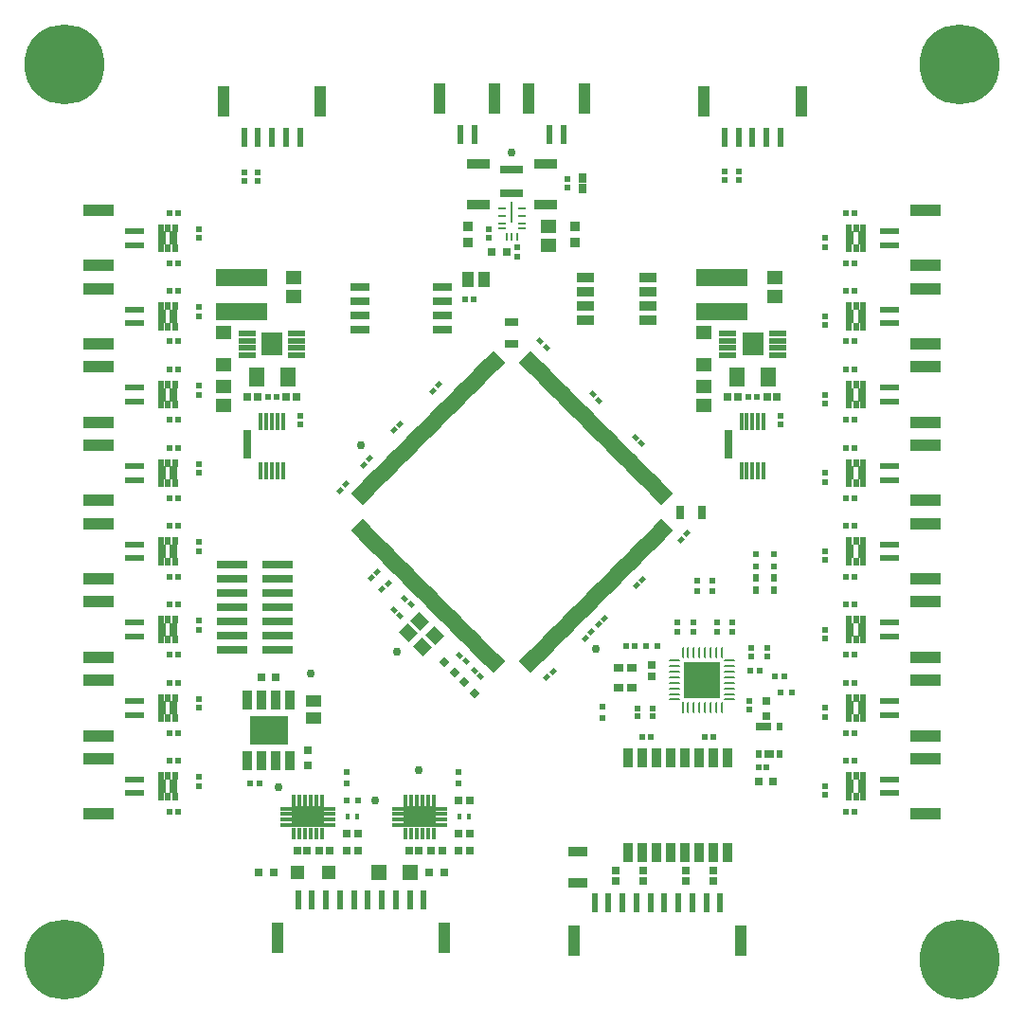
<source format=gbr>
%TF.GenerationSoftware,Altium Limited,Altium Designer,24.0.1 (36)*%
G04 Layer_Color=8388736*
%FSLAX45Y45*%
%MOMM*%
%TF.SameCoordinates,E594D193-3514-40B7-BCFE-BF8AFB9400D8*%
%TF.FilePolarity,Negative*%
%TF.FileFunction,Soldermask,Top*%
%TF.Part,Single*%
G01*
G75*
%TA.AperFunction,SMDPad,CuDef*%
%ADD12R,0.60000X1.70000*%
%ADD13R,1.00000X2.80000*%
%ADD14R,0.51535X0.47247*%
%ADD16R,2.79000X0.74000*%
%ADD18R,1.05464X1.35620*%
%ADD20R,0.60000X0.60000*%
G04:AMPARAMS|DCode=24|XSize=0.55964mm|YSize=0.47247mm|CornerRadius=0mm|HoleSize=0mm|Usage=FLASHONLY|Rotation=45.000|XOffset=0mm|YOffset=0mm|HoleType=Round|Shape=Rectangle|*
%AMROTATEDRECTD24*
4,1,4,-0.03082,-0.36491,-0.36491,-0.03082,0.03082,0.36491,0.36491,0.03082,-0.03082,-0.36491,0.0*
%
%ADD24ROTATEDRECTD24*%

%ADD25R,0.57247X0.61535*%
%ADD26R,0.50000X0.70000*%
%ADD28R,0.23928X1.00784*%
G04:AMPARAMS|DCode=29|XSize=1.00784mm|YSize=0.23928mm|CornerRadius=0.11964mm|HoleSize=0mm|Usage=FLASHONLY|Rotation=90.000|XOffset=0mm|YOffset=0mm|HoleType=Round|Shape=RoundedRectangle|*
%AMROUNDEDRECTD29*
21,1,1.00784,0.00000,0,0,90.0*
21,1,0.76855,0.23928,0,0,90.0*
1,1,0.23928,0.00000,0.38428*
1,1,0.23928,0.00000,-0.38428*
1,1,0.23928,0.00000,-0.38428*
1,1,0.23928,0.00000,0.38428*
%
%ADD29ROUNDEDRECTD29*%
G04:AMPARAMS|DCode=30|XSize=0.23928mm|YSize=1.00784mm|CornerRadius=0.11964mm|HoleSize=0mm|Usage=FLASHONLY|Rotation=90.000|XOffset=0mm|YOffset=0mm|HoleType=Round|Shape=RoundedRectangle|*
%AMROUNDEDRECTD30*
21,1,0.23928,0.76855,0,0,90.0*
21,1,0.00000,1.00784,0,0,90.0*
1,1,0.23928,0.38428,0.00000*
1,1,0.23928,0.38428,0.00000*
1,1,0.23928,-0.38428,0.00000*
1,1,0.23928,-0.38428,0.00000*
%
%ADD30ROUNDEDRECTD30*%
%ADD31R,3.20000X3.20000*%
%ADD32R,0.47247X0.55964*%
%ADD33R,1.00000X2.70000*%
G04:AMPARAMS|DCode=36|XSize=0.6mm|YSize=0.25mm|CornerRadius=0.05mm|HoleSize=0mm|Usage=FLASHONLY|Rotation=0.000|XOffset=0mm|YOffset=0mm|HoleType=Round|Shape=RoundedRectangle|*
%AMROUNDEDRECTD36*
21,1,0.60000,0.15000,0,0,0.0*
21,1,0.50000,0.25000,0,0,0.0*
1,1,0.10000,0.25000,-0.07500*
1,1,0.10000,-0.25000,-0.07500*
1,1,0.10000,-0.25000,0.07500*
1,1,0.10000,0.25000,0.07500*
%
%ADD36ROUNDEDRECTD36*%
G04:AMPARAMS|DCode=37|XSize=0.25mm|YSize=0.6mm|CornerRadius=0.05mm|HoleSize=0mm|Usage=FLASHONLY|Rotation=0.000|XOffset=0mm|YOffset=0mm|HoleType=Round|Shape=RoundedRectangle|*
%AMROUNDEDRECTD37*
21,1,0.25000,0.50000,0,0,0.0*
21,1,0.15000,0.60000,0,0,0.0*
1,1,0.10000,0.07500,-0.25000*
1,1,0.10000,-0.07500,-0.25000*
1,1,0.10000,-0.07500,0.25000*
1,1,0.10000,0.07500,0.25000*
%
%ADD37ROUNDEDRECTD37*%
G04:AMPARAMS|DCode=38|XSize=0.25mm|YSize=1.825mm|CornerRadius=0.05mm|HoleSize=0mm|Usage=FLASHONLY|Rotation=0.000|XOffset=0mm|YOffset=0mm|HoleType=Round|Shape=RoundedRectangle|*
%AMROUNDEDRECTD38*
21,1,0.25000,1.72500,0,0,0.0*
21,1,0.15000,1.82500,0,0,0.0*
1,1,0.10000,0.07500,-0.86250*
1,1,0.10000,-0.07500,-0.86250*
1,1,0.10000,-0.07500,0.86250*
1,1,0.10000,0.07500,0.86250*
%
%ADD38ROUNDEDRECTD38*%
%ADD39R,0.91213X0.95872*%
%ADD40R,2.00620X0.95620*%
%ADD41R,0.47247X0.51535*%
%ADD42R,0.65000X0.70000*%
%ADD43R,1.45620X1.25464*%
%ADD44R,2.00000X0.70000*%
%ADD46R,0.47247X0.58106*%
G04:AMPARAMS|DCode=47|XSize=0.51535mm|YSize=0.47247mm|CornerRadius=0mm|HoleSize=0mm|Usage=FLASHONLY|Rotation=45.000|XOffset=0mm|YOffset=0mm|HoleType=Round|Shape=Rectangle|*
%AMROTATEDRECTD47*
4,1,4,-0.01516,-0.34925,-0.34925,-0.01516,0.01516,0.34925,0.34925,0.01516,-0.01516,-0.34925,0.0*
%
%ADD47ROTATEDRECTD47*%

G04:AMPARAMS|DCode=50|XSize=0.65mm|YSize=0.7mm|CornerRadius=0mm|HoleSize=0mm|Usage=FLASHONLY|Rotation=135.000|XOffset=0mm|YOffset=0mm|HoleType=Round|Shape=Rectangle|*
%AMROTATEDRECTD50*
4,1,4,0.47730,0.01768,-0.01768,-0.47730,-0.47730,-0.01768,0.01768,0.47730,0.47730,0.01768,0.0*
%
%ADD50ROTATEDRECTD50*%

%ADD51R,1.30000X0.70000*%
G04:AMPARAMS|DCode=52|XSize=0.51535mm|YSize=0.47247mm|CornerRadius=0mm|HoleSize=0mm|Usage=FLASHONLY|Rotation=315.000|XOffset=0mm|YOffset=0mm|HoleType=Round|Shape=Rectangle|*
%AMROTATEDRECTD52*
4,1,4,-0.34925,0.01516,-0.01516,0.34925,0.34925,-0.01516,0.01516,-0.34925,-0.34925,0.01516,0.0*
%
%ADD52ROTATEDRECTD52*%

%ADD56R,0.66817X0.67248*%
%ADD57R,0.40000X0.50000*%
%ADD58R,1.20000X1.20000*%
%ADD59R,1.70000X0.60000*%
%ADD60R,2.70000X1.00000*%
%ADD61R,1.40000X1.30000*%
%ADD68R,0.70000X1.30000*%
%ADD69R,1.70000X0.95000*%
%ADD70R,0.47247X0.46818*%
%ADD71R,0.55964X0.47247*%
%ADD72R,0.61535X0.57247*%
%ADD74R,0.60000X0.60000*%
%ADD76R,0.70000X0.65000*%
%ADD80R,0.67248X0.66817*%
%ADD81R,1.35620X1.05464*%
%ADD83R,0.46818X0.47247*%
%TA.AperFunction,NonConductor*%
%ADD105R,0.65004X1.54981*%
%ADD106R,0.65009X1.54986*%
%ADD107R,0.65009X1.54981*%
%TA.AperFunction,SMDPad,CuDef*%
%ADD108R,0.75000X1.15000*%
%ADD109R,0.50000X0.65000*%
%ADD110C,0.75000*%
%ADD111R,1.70000X0.80000*%
%ADD112R,0.95000X0.75000*%
%ADD113R,2.85000X1.85000*%
%ADD114R,0.40000X1.00000*%
%ADD115R,1.00000X0.40000*%
%ADD116R,0.91200X1.80100*%
%ADD117R,0.60000X0.60000*%
%ADD118R,1.65000X0.85000*%
%ADD119R,0.79000X0.83000*%
G04:AMPARAMS|DCode=120|XSize=0.5mm|YSize=1.5mm|CornerRadius=0mm|HoleSize=0mm|Usage=FLASHONLY|Rotation=45.000|XOffset=0mm|YOffset=0mm|HoleType=Round|Shape=Rectangle|*
%AMROTATEDRECTD120*
4,1,4,0.35355,-0.70711,-0.70711,0.35355,-0.35355,0.70711,0.70711,-0.35355,0.35355,-0.70711,0.0*
%
%ADD120ROTATEDRECTD120*%

G04:AMPARAMS|DCode=121|XSize=0.5mm|YSize=1.5mm|CornerRadius=0mm|HoleSize=0mm|Usage=FLASHONLY|Rotation=135.000|XOffset=0mm|YOffset=0mm|HoleType=Round|Shape=Rectangle|*
%AMROTATEDRECTD121*
4,1,4,0.70711,0.35355,-0.35355,-0.70711,-0.70711,-0.35355,0.35355,0.70711,0.70711,0.35355,0.0*
%
%ADD121ROTATEDRECTD121*%

%ADD122R,0.70000X0.70000*%
%ADD123R,0.80000X0.80000*%
%ADD124R,0.70000X0.70000*%
%ADD125R,1.35000X1.35000*%
%ADD126R,0.45000X1.55000*%
%ADD127R,1.57500X0.60000*%
%ADD128R,1.85000X2.15000*%
%ADD129R,4.55000X1.65000*%
%ADD130R,1.35000X1.80000*%
G04:AMPARAMS|DCode=131|XSize=1.2mm|YSize=1.1mm|CornerRadius=0mm|HoleSize=0mm|Usage=FLASHONLY|Rotation=315.000|XOffset=0mm|YOffset=0mm|HoleType=Round|Shape=Rectangle|*
%AMROTATEDRECTD131*
4,1,4,-0.81318,0.03535,-0.03535,0.81318,0.81318,-0.03535,0.03535,-0.81318,-0.81318,0.03535,0.0*
%
%ADD131ROTATEDRECTD131*%

%ADD132R,0.85000X1.67500*%
%ADD133R,3.35000X2.55000*%
%ADD134R,0.90000X0.65000*%
%ADD135R,1.45000X0.65000*%
%ADD136R,0.55000X0.65000*%
%TA.AperFunction,ComponentPad*%
%ADD137C,7.15000*%
%ADD138C,1.67400*%
D12*
X5862499Y1007501D02*
D03*
X5237502D02*
D03*
X5362500D02*
D03*
X5487499D02*
D03*
X5612502D02*
D03*
X5737501D02*
D03*
X5987498D02*
D03*
X6112501D02*
D03*
X6237500D02*
D03*
X6362498D02*
D03*
X2605000Y7847500D02*
D03*
X2480000Y7847500D02*
D03*
X2355000D02*
D03*
X2230000D02*
D03*
X2105000Y7847500D02*
D03*
X4037500Y7872500D02*
D03*
X4162500D02*
D03*
X4837500D02*
D03*
X4962500D02*
D03*
X6400000Y7852500D02*
D03*
X6525000Y7852500D02*
D03*
X6650000D02*
D03*
X6775000Y7852500D02*
D03*
X6900000Y7852500D02*
D03*
X3212500Y1032500D02*
D03*
X3337499D02*
D03*
X3087502D02*
D03*
X2837500D02*
D03*
X2962498D02*
D03*
X2587503D02*
D03*
X2712501D02*
D03*
X3462502D02*
D03*
X3587501D02*
D03*
X3712499D02*
D03*
D13*
X6547502Y672501D02*
D03*
X5052498D02*
D03*
X3897502Y697499D02*
D03*
X2402499D02*
D03*
D14*
X5522144Y3300000D02*
D03*
X5597856D02*
D03*
X4082144Y6400000D02*
D03*
X4157856Y6400000D02*
D03*
X6687857Y5532503D02*
D03*
X6612145D02*
D03*
X2392857D02*
D03*
X2317145D02*
D03*
X6777856Y2220000D02*
D03*
X6223415Y2489839D02*
D03*
X5737856Y2490000D02*
D03*
X5662144D02*
D03*
X6702144Y2220000D02*
D03*
X6299127Y2489839D02*
D03*
D16*
X2403500Y3523000D02*
D03*
Y3650000D02*
D03*
Y3904000D02*
D03*
Y3269000D02*
D03*
Y3396000D02*
D03*
Y3777000D02*
D03*
Y4031000D02*
D03*
X1996500Y3269000D02*
D03*
Y3396000D02*
D03*
Y3523000D02*
D03*
Y3650000D02*
D03*
Y3777000D02*
D03*
Y3904000D02*
D03*
Y4031000D02*
D03*
D18*
X4107420Y6580185D02*
D03*
X4252576Y6580185D02*
D03*
D20*
X5310000Y2657498D02*
D03*
Y2762502D02*
D03*
X4025000Y2177500D02*
D03*
Y2072500D02*
D03*
X6840000Y4122502D02*
D03*
Y4017498D02*
D03*
X6680000Y4122502D02*
D03*
Y4017498D02*
D03*
X3025000Y2177500D02*
D03*
Y2072500D02*
D03*
D24*
X3340466Y3812182D02*
D03*
X3393676Y3865391D02*
D03*
X3294681Y3964386D02*
D03*
X3241471Y3911177D02*
D03*
X3226605Y4976605D02*
D03*
X3173395Y4923395D02*
D03*
X5206605Y3426605D02*
D03*
X5153395Y3373395D02*
D03*
D25*
X6160000Y3797144D02*
D03*
Y3882856D02*
D03*
X6330000Y3427144D02*
D03*
Y3512856D02*
D03*
X5980000Y3427144D02*
D03*
Y3512856D02*
D03*
X6120000Y3427144D02*
D03*
Y3512856D02*
D03*
X6470000D02*
D03*
Y3427144D02*
D03*
X6290000Y3882856D02*
D03*
Y3797144D02*
D03*
D26*
X6840000Y3915001D02*
D03*
Y3804999D02*
D03*
X6680000Y3915001D02*
D03*
Y3804999D02*
D03*
D28*
X6024999Y2752482D02*
D03*
D29*
X6075002D02*
D03*
X6124999D02*
D03*
X6175001D02*
D03*
X6224999D02*
D03*
X6275001D02*
D03*
X6324999D02*
D03*
X6375001D02*
D03*
Y3247518D02*
D03*
X6324999D02*
D03*
X6275001D02*
D03*
X6175001D02*
D03*
X6124999D02*
D03*
X6075002D02*
D03*
X6024999D02*
D03*
X6224999D02*
D03*
D30*
X6447518Y2824999D02*
D03*
Y2875002D02*
D03*
Y2924999D02*
D03*
Y2975001D02*
D03*
Y3024999D02*
D03*
Y3075001D02*
D03*
Y3124999D02*
D03*
Y3175001D02*
D03*
X5952482Y3075001D02*
D03*
Y3024999D02*
D03*
Y2975001D02*
D03*
Y2924999D02*
D03*
Y2875002D02*
D03*
Y2824999D02*
D03*
Y3175001D02*
D03*
Y3124999D02*
D03*
D31*
X6200000Y3000000D02*
D03*
D32*
X2105000Y7462375D02*
D03*
Y7537624D02*
D03*
X2230000Y7462375D02*
D03*
Y7537624D02*
D03*
X6525000Y7467375D02*
D03*
Y7542625D02*
D03*
X6400000Y7467375D02*
D03*
Y7542625D02*
D03*
D33*
X2790000Y8167500D02*
D03*
X1920000D02*
D03*
X3852500Y8192500D02*
D03*
X4347500D02*
D03*
X4652500D02*
D03*
X5147500D02*
D03*
X6215000Y8172500D02*
D03*
X7085000D02*
D03*
D36*
X4409999Y7212501D02*
D03*
Y7147503D02*
D03*
Y7082499D02*
D03*
Y7032502D02*
D03*
X4589999D02*
D03*
X4589998Y7082499D02*
D03*
X4589999Y7147503D02*
D03*
X4589998Y7212501D02*
D03*
D37*
X4449999Y6960000D02*
D03*
X4500001D02*
D03*
X4549999D02*
D03*
D38*
X4500001Y7178800D02*
D03*
D39*
X4110000Y6907330D02*
D03*
Y7052671D02*
D03*
X5060000Y6907330D02*
D03*
Y7052671D02*
D03*
D40*
X4200000Y7250000D02*
D03*
Y7615000D02*
D03*
X4800000Y7250000D02*
D03*
Y7615000D02*
D03*
D41*
X4290000Y7027854D02*
D03*
Y6952147D02*
D03*
X6902676Y5362854D02*
D03*
Y5287146D02*
D03*
X2607672D02*
D03*
Y5362854D02*
D03*
X6620000Y2732144D02*
D03*
Y2807856D02*
D03*
X5620000Y2747856D02*
D03*
X6780000Y3287856D02*
D03*
X6640000D02*
D03*
X5760000Y2747856D02*
D03*
X5620000Y2672144D02*
D03*
X6780000Y3212144D02*
D03*
X6640000D02*
D03*
X5760000Y2672144D02*
D03*
D42*
X4314994Y6825000D02*
D03*
X4450000D02*
D03*
X2367498Y1275000D02*
D03*
X2232502D02*
D03*
X2257502Y3025000D02*
D03*
X3892498Y1275000D02*
D03*
X2392498Y3025000D02*
D03*
X6837498Y2090000D02*
D03*
X6702502D02*
D03*
X3757502Y1275000D02*
D03*
D43*
X4830000Y6887422D02*
D03*
Y7052578D02*
D03*
X6847672Y6427422D02*
D03*
Y6592578D02*
D03*
X6217673Y5622578D02*
D03*
Y5457422D02*
D03*
X1922673Y5622578D02*
D03*
Y5457422D02*
D03*
X2552672Y6427422D02*
D03*
Y6592578D02*
D03*
D44*
X4500000Y7350000D02*
D03*
X4500000Y7560000D02*
D03*
D46*
X5000000Y7476554D02*
D03*
Y7403446D02*
D03*
D47*
X3443233Y5233232D02*
D03*
X3496766Y5286770D02*
D03*
X6066770Y4306770D02*
D03*
X5273229Y3498231D02*
D03*
X4813231Y3023231D02*
D03*
X5613231Y3843229D02*
D03*
X3846771Y5636766D02*
D03*
X2963230Y4693230D02*
D03*
X6013232Y4253232D02*
D03*
X5326767Y3551769D02*
D03*
X4866769Y3076769D02*
D03*
X5666769Y3896767D02*
D03*
X3793233Y5583233D02*
D03*
X3016768Y4746768D02*
D03*
D50*
X3987728Y3062270D02*
D03*
X3892270Y3157729D02*
D03*
X4072269Y2977731D02*
D03*
X4167732Y2882268D02*
D03*
D51*
X4500001Y6004999D02*
D03*
Y6195000D02*
D03*
D52*
X4163232Y3086768D02*
D03*
X4216770Y3033230D02*
D03*
X3443231Y3626768D02*
D03*
X3496768Y3573232D02*
D03*
X4033230Y3216766D02*
D03*
X5656766Y5113232D02*
D03*
X4806768Y5973233D02*
D03*
X5276768Y5498231D02*
D03*
X3543232Y3726767D02*
D03*
X4086768Y3163233D02*
D03*
X5603233Y5166770D02*
D03*
X4753230Y6026771D02*
D03*
X5223230Y5551769D02*
D03*
X3596770Y3673234D02*
D03*
D56*
X3875216Y1475000D02*
D03*
X3774784D02*
D03*
X3024784Y1625000D02*
D03*
X3125216D02*
D03*
D57*
X4035000Y1775000D02*
D03*
X4115000D02*
D03*
X3035000D02*
D03*
X3115000D02*
D03*
D58*
X2865000Y1275000D02*
D03*
X2585000D02*
D03*
D59*
X7872500Y7012499D02*
D03*
Y6887499D02*
D03*
X1127500Y6312499D02*
D03*
Y6187499D02*
D03*
X1127500Y7012500D02*
D03*
Y6887500D02*
D03*
X7872500Y3387500D02*
D03*
Y3512500D02*
D03*
X1127500Y1987500D02*
D03*
Y2112500D02*
D03*
Y2687500D02*
D03*
Y2812500D02*
D03*
Y3387500D02*
D03*
Y3512500D02*
D03*
Y4087500D02*
D03*
Y4212500D02*
D03*
Y4787499D02*
D03*
Y4912499D02*
D03*
Y5487499D02*
D03*
Y5612499D02*
D03*
X7872500Y6312499D02*
D03*
Y6187499D02*
D03*
Y5612499D02*
D03*
Y5487499D02*
D03*
Y4912499D02*
D03*
Y4787499D02*
D03*
Y4212500D02*
D03*
Y4087500D02*
D03*
Y2812500D02*
D03*
Y2687500D02*
D03*
Y2112500D02*
D03*
Y1987500D02*
D03*
D60*
X8192500Y7197499D02*
D03*
Y6702499D02*
D03*
X807500Y6497499D02*
D03*
Y6002499D02*
D03*
X807500Y7197500D02*
D03*
Y6702500D02*
D03*
X8192500Y3202500D02*
D03*
Y3697500D02*
D03*
X807500Y1802500D02*
D03*
Y2297500D02*
D03*
Y2502500D02*
D03*
Y2997500D02*
D03*
Y3202500D02*
D03*
Y3697500D02*
D03*
Y3902500D02*
D03*
Y4397499D02*
D03*
Y4602500D02*
D03*
Y5097499D02*
D03*
Y5302499D02*
D03*
Y5797499D02*
D03*
X8192500Y6497499D02*
D03*
Y6002499D02*
D03*
Y5797499D02*
D03*
Y5302499D02*
D03*
Y5097499D02*
D03*
Y4602500D02*
D03*
Y4397499D02*
D03*
Y3902500D02*
D03*
Y2997500D02*
D03*
Y2502500D02*
D03*
Y2297500D02*
D03*
Y1802500D02*
D03*
D61*
X6217673Y6104998D02*
D03*
Y5815002D02*
D03*
X1922673D02*
D03*
Y6104998D02*
D03*
D68*
X6195000Y4499999D02*
D03*
X6004999D02*
D03*
D69*
X5090000Y1185000D02*
D03*
Y1465000D02*
D03*
D70*
X1700000Y7030215D02*
D03*
Y6949785D02*
D03*
X7300000Y6950214D02*
D03*
Y6869784D02*
D03*
X1700000Y6249784D02*
D03*
Y6330214D02*
D03*
X7300000Y3369785D02*
D03*
Y3450215D02*
D03*
X1700000Y5630214D02*
D03*
Y5549784D02*
D03*
X7300000Y4150214D02*
D03*
Y4069785D02*
D03*
X1700000Y2130215D02*
D03*
Y2049785D02*
D03*
Y2830215D02*
D03*
Y2749785D02*
D03*
Y3530214D02*
D03*
Y3449785D02*
D03*
Y4230214D02*
D03*
Y4149785D02*
D03*
Y4930214D02*
D03*
Y4849785D02*
D03*
X7300000Y6169784D02*
D03*
Y6250214D02*
D03*
Y5469785D02*
D03*
Y5550214D02*
D03*
Y4769785D02*
D03*
Y4850214D02*
D03*
Y2669785D02*
D03*
Y2750214D02*
D03*
Y1969785D02*
D03*
Y2050215D02*
D03*
D71*
X7487375Y7174999D02*
D03*
X7562624D02*
D03*
X7562622Y6724997D02*
D03*
X7487372D02*
D03*
X1437373Y2975005D02*
D03*
X1512623D02*
D03*
X1512625Y6024999D02*
D03*
X1437376D02*
D03*
X1437373Y6474999D02*
D03*
X1512623D02*
D03*
X1512625Y6725000D02*
D03*
X1437375D02*
D03*
X1437377Y7175002D02*
D03*
X1512626D02*
D03*
X7562624Y3675000D02*
D03*
X7487375D02*
D03*
X7487372Y3224997D02*
D03*
X7562622D02*
D03*
X7487375Y4375000D02*
D03*
X7562624D02*
D03*
X7562622Y3924997D02*
D03*
X7487372D02*
D03*
X1512625Y1825000D02*
D03*
X1437376D02*
D03*
X1437373Y2275005D02*
D03*
X1512623Y2275005D02*
D03*
X1437376Y2525000D02*
D03*
X1512625D02*
D03*
X1437376Y3225000D02*
D03*
X1512625D02*
D03*
X1437376Y3925000D02*
D03*
X1512625D02*
D03*
X1437376Y4624999D02*
D03*
X1512625D02*
D03*
X1437376Y5324999D02*
D03*
X1512625D02*
D03*
X7562624Y6474999D02*
D03*
X7487375D02*
D03*
X7562624Y5774999D02*
D03*
X7487375D02*
D03*
X7562624Y5075000D02*
D03*
X7487375D02*
D03*
X7562624Y2975000D02*
D03*
X7487375D02*
D03*
X7562624Y2275000D02*
D03*
X7487375D02*
D03*
X1512623Y3675005D02*
D03*
X1437373D02*
D03*
X1512623Y4375004D02*
D03*
X1437373D02*
D03*
X1512623Y5074999D02*
D03*
X1437373D02*
D03*
X1512623Y5774999D02*
D03*
X1437373D02*
D03*
X7487372Y6024997D02*
D03*
X7562622D02*
D03*
X7487372Y5324997D02*
D03*
X7562622D02*
D03*
X7487376Y4624998D02*
D03*
X7562621D02*
D03*
X7487376Y2524998D02*
D03*
X7562621D02*
D03*
X7487372Y1824997D02*
D03*
X7562622D02*
D03*
D72*
X6932856Y3030000D02*
D03*
X6847144D02*
D03*
X6712857Y3080000D02*
D03*
X6627144D02*
D03*
D74*
X3127502Y1925000D02*
D03*
X3022498D02*
D03*
X5802502Y3300000D02*
D03*
X5697498D02*
D03*
X6897498Y2890000D02*
D03*
X7002502D02*
D03*
D76*
X2675000Y2367503D02*
D03*
X6770000Y2672502D02*
D03*
Y2807498D02*
D03*
X2675000Y2232502D02*
D03*
D80*
X5750000Y3130216D02*
D03*
Y3029784D02*
D03*
D81*
X2725000Y2662422D02*
D03*
Y2807578D02*
D03*
D83*
X2159786Y2075000D02*
D03*
X2240213D02*
D03*
D105*
X6432386Y5154393D02*
D03*
X2137427Y5052954D02*
D03*
D106*
X6432378Y5052791D02*
D03*
D107*
X2137341Y5154685D02*
D03*
D108*
X7522500Y2050000D02*
D03*
X7627500D02*
D03*
Y2750000D02*
D03*
X7522500D02*
D03*
Y3450000D02*
D03*
X7627500D02*
D03*
Y4150000D02*
D03*
X7522500D02*
D03*
Y4849999D02*
D03*
X7627500D02*
D03*
Y5549999D02*
D03*
X7522500D02*
D03*
Y6249999D02*
D03*
X7627500D02*
D03*
Y6949999D02*
D03*
X7522500D02*
D03*
X1477500Y6249999D02*
D03*
X1372500D02*
D03*
Y5549999D02*
D03*
X1477500D02*
D03*
Y4849999D02*
D03*
X1372500D02*
D03*
Y4150000D02*
D03*
X1477500D02*
D03*
Y3450000D02*
D03*
X1372500D02*
D03*
Y2750000D02*
D03*
X1477500D02*
D03*
Y2050000D02*
D03*
X1372500D02*
D03*
X1372500Y6950000D02*
D03*
X1477500D02*
D03*
D109*
X7640000Y2140000D02*
D03*
Y1960000D02*
D03*
X7510000D02*
D03*
Y2140000D02*
D03*
X7575000Y1960000D02*
D03*
Y2140000D02*
D03*
Y2840000D02*
D03*
Y2660000D02*
D03*
X7510000Y2840000D02*
D03*
Y2660000D02*
D03*
X7640000D02*
D03*
Y2840000D02*
D03*
Y3540000D02*
D03*
Y3360000D02*
D03*
X7510000D02*
D03*
Y3540000D02*
D03*
X7575000Y3360000D02*
D03*
Y3540000D02*
D03*
Y4240000D02*
D03*
Y4059999D02*
D03*
X7510000Y4240000D02*
D03*
Y4059999D02*
D03*
X7640000D02*
D03*
Y4240000D02*
D03*
Y4940000D02*
D03*
Y4759999D02*
D03*
X7510000D02*
D03*
Y4940000D02*
D03*
X7575000Y4759999D02*
D03*
Y4940000D02*
D03*
Y5639999D02*
D03*
Y5459999D02*
D03*
X7510000Y5639999D02*
D03*
Y5459999D02*
D03*
X7640000D02*
D03*
Y5639999D02*
D03*
Y6339999D02*
D03*
Y6159999D02*
D03*
X7510000D02*
D03*
Y6339999D02*
D03*
X7575000Y6159999D02*
D03*
Y6339999D02*
D03*
Y7039999D02*
D03*
Y6859999D02*
D03*
X7510000Y7039999D02*
D03*
Y6859999D02*
D03*
X7640000D02*
D03*
Y7039999D02*
D03*
X1360000Y6159999D02*
D03*
Y6339999D02*
D03*
X1490000D02*
D03*
Y6159999D02*
D03*
X1425000Y6339999D02*
D03*
Y6159999D02*
D03*
Y5459999D02*
D03*
Y5639999D02*
D03*
X1490000Y5459999D02*
D03*
Y5639999D02*
D03*
X1360000D02*
D03*
Y5459999D02*
D03*
Y4759999D02*
D03*
Y4940000D02*
D03*
X1490000D02*
D03*
Y4759999D02*
D03*
X1425000Y4940000D02*
D03*
Y4759999D02*
D03*
Y4059999D02*
D03*
Y4240000D02*
D03*
X1490000Y4059999D02*
D03*
Y4240000D02*
D03*
X1360000D02*
D03*
Y4059999D02*
D03*
Y3360000D02*
D03*
Y3540000D02*
D03*
X1490000D02*
D03*
Y3360000D02*
D03*
X1425000Y3540000D02*
D03*
Y3360000D02*
D03*
Y2660000D02*
D03*
Y2840000D02*
D03*
X1490000Y2660000D02*
D03*
Y2840000D02*
D03*
X1360000D02*
D03*
Y2660000D02*
D03*
Y1960000D02*
D03*
Y2140000D02*
D03*
X1490000D02*
D03*
Y1960000D02*
D03*
X1425000Y2140000D02*
D03*
Y1960000D02*
D03*
X1425000Y6860000D02*
D03*
Y7040000D02*
D03*
X1490000Y6860000D02*
D03*
Y7040000D02*
D03*
X1360000D02*
D03*
Y6860000D02*
D03*
D110*
X3470000Y3250000D02*
D03*
X3150000Y5100000D02*
D03*
X4500000Y7710000D02*
D03*
X5250000Y3280000D02*
D03*
X2700000Y3060000D02*
D03*
X2410000Y2040000D02*
D03*
X3280000Y1920000D02*
D03*
X3670000Y2190000D02*
D03*
D111*
X3877500Y6510500D02*
D03*
Y6383500D02*
D03*
X3877500Y6256500D02*
D03*
X3877500Y6129500D02*
D03*
X3142500D02*
D03*
Y6256500D02*
D03*
Y6383500D02*
D03*
Y6510500D02*
D03*
D112*
X5450000Y3110002D02*
D03*
Y2929998D02*
D03*
X5570000D02*
D03*
Y3110002D02*
D03*
D113*
X3675001Y1774999D02*
D03*
X2675000Y1775000D02*
D03*
D114*
X3799999Y1630001D02*
D03*
Y1919997D02*
D03*
X3750002D02*
D03*
X3699999D02*
D03*
X3650002D02*
D03*
X3600000D02*
D03*
X3550002D02*
D03*
Y1630001D02*
D03*
X3600000D02*
D03*
X3650002D02*
D03*
X3699999D02*
D03*
X3750002D02*
D03*
X2750001Y1630002D02*
D03*
X2699999D02*
D03*
X2650001D02*
D03*
X2599999D02*
D03*
X2550002D02*
D03*
Y1919998D02*
D03*
X2599999D02*
D03*
X2650001D02*
D03*
X2699999D02*
D03*
X2750001D02*
D03*
X2799998D02*
D03*
Y1630002D02*
D03*
D115*
X3480000Y1850000D02*
D03*
Y1799998D02*
D03*
Y1750000D02*
D03*
Y1699998D02*
D03*
X3870002D02*
D03*
Y1750000D02*
D03*
Y1799998D02*
D03*
Y1850000D02*
D03*
X2870001Y1850001D02*
D03*
Y1799999D02*
D03*
Y1750001D02*
D03*
Y1699999D02*
D03*
X2479999D02*
D03*
Y1750001D02*
D03*
Y1799999D02*
D03*
Y1850001D02*
D03*
D116*
X6424500Y2305501D02*
D03*
X6297500D02*
D03*
X6170500D02*
D03*
X6043500D02*
D03*
X5916500D02*
D03*
X5789500D02*
D03*
X5662500D02*
D03*
X5535500D02*
D03*
Y1454499D02*
D03*
X5662500D02*
D03*
X5789500D02*
D03*
X5916500D02*
D03*
X6043500D02*
D03*
X6170500D02*
D03*
X6297500D02*
D03*
X6424500D02*
D03*
D117*
X4550000Y6785000D02*
D03*
Y6865000D02*
D03*
D118*
X5160000Y6598923D02*
D03*
Y6471923D02*
D03*
Y6344923D02*
D03*
Y6217923D02*
D03*
X5715000D02*
D03*
Y6344923D02*
D03*
Y6471923D02*
D03*
Y6598923D02*
D03*
D119*
X5130000Y7484000D02*
D03*
Y7396000D02*
D03*
D120*
X3271401Y4774004D02*
D03*
X3306757Y4809360D02*
D03*
X4667938Y3165335D02*
D03*
X5127556Y3624953D02*
D03*
X5481109Y3978506D02*
D03*
X3978506Y5481109D02*
D03*
X3624953Y5127556D02*
D03*
X4632582Y3129978D02*
D03*
X4703295Y3200692D02*
D03*
X4738647Y3236044D02*
D03*
X4774004Y3271401D02*
D03*
X4809360Y3306757D02*
D03*
X4844712Y3342114D02*
D03*
X4880069Y3377466D02*
D03*
X4915426Y3412823D02*
D03*
X4950783Y3448180D02*
D03*
X4986134Y3483531D02*
D03*
X5021491Y3518888D02*
D03*
X5056848Y3554245D02*
D03*
X5092200Y3589602D02*
D03*
X5162913Y3660310D02*
D03*
X5198270Y3695667D02*
D03*
X5233622Y3731019D02*
D03*
X5268979Y3766376D02*
D03*
X5304335Y3801732D02*
D03*
X5339687Y3837089D02*
D03*
X5375044Y3872441D02*
D03*
X5410401Y3907798D02*
D03*
X5445757Y3943154D02*
D03*
X5516466Y4013863D02*
D03*
X5551823Y4049220D02*
D03*
X5587174Y4084577D02*
D03*
X5622531Y4119928D02*
D03*
X5657888Y4155285D02*
D03*
X5693245Y4190642D02*
D03*
X5728597Y4225994D02*
D03*
X5763953Y4261350D02*
D03*
X5799310Y4296707D02*
D03*
X5834662Y4332064D02*
D03*
X5870019Y4367416D02*
D03*
X4367416Y5870019D02*
D03*
X4332064Y5834662D02*
D03*
X4296707Y5799310D02*
D03*
X4261350Y5763953D02*
D03*
X4225994Y5728597D02*
D03*
X4190642Y5693245D02*
D03*
X4155285Y5657888D02*
D03*
X4119928Y5622531D02*
D03*
X4084577Y5587174D02*
D03*
X4049220Y5551823D02*
D03*
X4013863Y5516466D02*
D03*
X3943154Y5445757D02*
D03*
X3907798Y5410401D02*
D03*
X3872441Y5375044D02*
D03*
X3837089Y5339687D02*
D03*
X3801732Y5304335D02*
D03*
X3766376Y5268979D02*
D03*
X3731019Y5233622D02*
D03*
X3695667Y5198270D02*
D03*
X3660310Y5162913D02*
D03*
X3589602Y5092200D02*
D03*
X3554245Y5056848D02*
D03*
X3518888Y5021491D02*
D03*
X3483531Y4986134D02*
D03*
X3448180Y4950783D02*
D03*
X3412823Y4915426D02*
D03*
X3377466Y4880069D02*
D03*
X3342114Y4844712D02*
D03*
X3236044Y4738647D02*
D03*
X3200692Y4703295D02*
D03*
X3165335Y4667938D02*
D03*
X3129978Y4632582D02*
D03*
D121*
X3306757Y4190642D02*
D03*
X3660310Y3837089D02*
D03*
X4190642Y3306757D02*
D03*
X5516466Y4986134D02*
D03*
X5127556Y5375044D02*
D03*
X4667938Y5834662D02*
D03*
X3129978Y4367416D02*
D03*
X3165335Y4332064D02*
D03*
X3200692Y4296707D02*
D03*
X3236044Y4261350D02*
D03*
X3271401Y4225994D02*
D03*
X3342114Y4155285D02*
D03*
X3377466Y4119928D02*
D03*
X3412823Y4084577D02*
D03*
X3448180Y4049220D02*
D03*
X3483531Y4013863D02*
D03*
X3518888Y3978506D02*
D03*
X3554245Y3943154D02*
D03*
X3589602Y3907798D02*
D03*
X3624953Y3872441D02*
D03*
X3695667Y3801732D02*
D03*
X3731019Y3766376D02*
D03*
X3766376Y3731019D02*
D03*
X3801732Y3695667D02*
D03*
X3837089Y3660310D02*
D03*
X3872441Y3624953D02*
D03*
X3907798Y3589602D02*
D03*
X3943154Y3554245D02*
D03*
X3978506Y3518888D02*
D03*
X4013863Y3483531D02*
D03*
X4049220Y3448180D02*
D03*
X4084577Y3412823D02*
D03*
X4119928Y3377466D02*
D03*
X4155285Y3342114D02*
D03*
X4225994Y3271401D02*
D03*
X4261350Y3236044D02*
D03*
X4296707Y3200692D02*
D03*
X4332064Y3165335D02*
D03*
X4367416Y3129978D02*
D03*
X5870019Y4632582D02*
D03*
X5834662Y4667938D02*
D03*
X5799310Y4703295D02*
D03*
X5763953Y4738647D02*
D03*
X5728597Y4774004D02*
D03*
X5693245Y4809360D02*
D03*
X5657888Y4844712D02*
D03*
X5622531Y4880069D02*
D03*
X5587174Y4915426D02*
D03*
X5551823Y4950783D02*
D03*
X5481109Y5021491D02*
D03*
X5445757Y5056848D02*
D03*
X5410401Y5092200D02*
D03*
X5375044Y5127556D02*
D03*
X5339687Y5162913D02*
D03*
X5304335Y5198270D02*
D03*
X5268979Y5233622D02*
D03*
X5233622Y5268979D02*
D03*
X5198270Y5304335D02*
D03*
X5162913Y5339687D02*
D03*
X5092200Y5410401D02*
D03*
X5056848Y5445757D02*
D03*
X5021491Y5481109D02*
D03*
X4986134Y5516466D02*
D03*
X4950783Y5551823D02*
D03*
X4915426Y5587174D02*
D03*
X4880069Y5622531D02*
D03*
X4844712Y5657888D02*
D03*
X4809360Y5693245D02*
D03*
X4774004Y5728597D02*
D03*
X4738647Y5763953D02*
D03*
X4703295Y5799310D02*
D03*
X4632582Y5870019D02*
D03*
D122*
X5670000Y1294999D02*
D03*
Y1205001D02*
D03*
X6058657Y1202993D02*
D03*
Y1292996D02*
D03*
X6300000Y1204998D02*
D03*
Y1295000D02*
D03*
X5430000Y1205001D02*
D03*
Y1294999D02*
D03*
D123*
X3125002Y1475000D02*
D03*
X3024998D02*
D03*
X2874997D02*
D03*
X2774997D02*
D03*
X4024998D02*
D03*
X4125002D02*
D03*
X4124997Y1925000D02*
D03*
X4024998D02*
D03*
X4124997Y1625000D02*
D03*
X4024998D02*
D03*
D124*
X3580001Y1475000D02*
D03*
X3669999D02*
D03*
X6520000Y5532503D02*
D03*
X6430003D02*
D03*
X6780002Y5532500D02*
D03*
X6869999Y5532505D02*
D03*
X2225005Y5532503D02*
D03*
X2135003D02*
D03*
X2485002Y5532500D02*
D03*
X2575004D02*
D03*
X2580001Y1475000D02*
D03*
X2669999D02*
D03*
D125*
X3590000Y1275000D02*
D03*
X3310000D02*
D03*
D126*
X6750001Y5312499D02*
D03*
X6550000Y4872503D02*
D03*
X6600003D02*
D03*
X6650001Y4872499D02*
D03*
X6699999Y4872503D02*
D03*
X6750001D02*
D03*
X6699999Y5312499D02*
D03*
X6650001Y5312503D02*
D03*
X6600003Y5312499D02*
D03*
X6550000D02*
D03*
X2255000D02*
D03*
X2305003D02*
D03*
X2355001Y5312503D02*
D03*
X2404999Y5312499D02*
D03*
X2455001Y4872503D02*
D03*
X2404999D02*
D03*
X2355001Y4872499D02*
D03*
X2305003Y4872503D02*
D03*
X2255000D02*
D03*
X2455001Y5312499D02*
D03*
D127*
X6873342Y5902501D02*
D03*
Y5967500D02*
D03*
Y6032504D02*
D03*
Y6097502D02*
D03*
X6430945D02*
D03*
Y6032504D02*
D03*
Y5967500D02*
D03*
Y5902501D02*
D03*
X2135945D02*
D03*
Y5967505D02*
D03*
Y6032504D02*
D03*
Y6097502D02*
D03*
X2578347D02*
D03*
Y6032504D02*
D03*
Y5967505D02*
D03*
Y5902501D02*
D03*
D128*
X6652144Y6000002D02*
D03*
X2357144D02*
D03*
D129*
X6377673Y6287498D02*
D03*
Y6592502D02*
D03*
X2082672D02*
D03*
Y6287504D02*
D03*
D130*
X6789999Y5707498D02*
D03*
X6509999D02*
D03*
X2214999D02*
D03*
X2495004D02*
D03*
D131*
X3573327Y3424142D02*
D03*
X3704142Y3293327D02*
D03*
X3806672Y3395858D02*
D03*
X3675858Y3526673D02*
D03*
D132*
X2261500Y2821201D02*
D03*
X2388500Y2821201D02*
D03*
X2515500Y2821201D02*
D03*
Y2278799D02*
D03*
X2388500D02*
D03*
X2261500Y2278799D02*
D03*
X2134500D02*
D03*
Y2821201D02*
D03*
D133*
X2325000Y2550000D02*
D03*
D134*
X6800000Y2339998D02*
D03*
D135*
X6749998Y2579998D02*
D03*
D136*
X6704999Y2339998D02*
D03*
X6895001D02*
D03*
Y2579998D02*
D03*
D137*
X500000Y8500000D02*
D03*
X8500000D02*
D03*
X500000Y500000D02*
D03*
X8500000D02*
D03*
D138*
X323223Y8323223D02*
D03*
X500000Y8750000D02*
D03*
X676777Y8676777D02*
D03*
X750000Y8500000D02*
D03*
X676777Y8323223D02*
D03*
X500000Y8250000D02*
D03*
X323223Y8676777D02*
D03*
X250000Y8500000D02*
D03*
X8250000D02*
D03*
X8323223Y8676777D02*
D03*
X8500000Y8250000D02*
D03*
X8676777Y8323223D02*
D03*
X8750000Y8500000D02*
D03*
X8676777Y8676777D02*
D03*
X8500000Y8750000D02*
D03*
X8323223Y8323223D02*
D03*
X323223Y323223D02*
D03*
X500000Y750000D02*
D03*
X676777Y676777D02*
D03*
X750000Y500000D02*
D03*
X676777Y323223D02*
D03*
X500000Y250000D02*
D03*
X323223Y676777D02*
D03*
X250000Y500000D02*
D03*
X8250000D02*
D03*
X8323223Y676777D02*
D03*
X8500000Y250000D02*
D03*
X8676777Y323223D02*
D03*
X8750000Y500000D02*
D03*
X8676777Y676777D02*
D03*
X8500000Y750000D02*
D03*
X8323223Y323223D02*
D03*
%TF.MD5,6f6627b96abecbb0350e163420384caf*%
M02*

</source>
